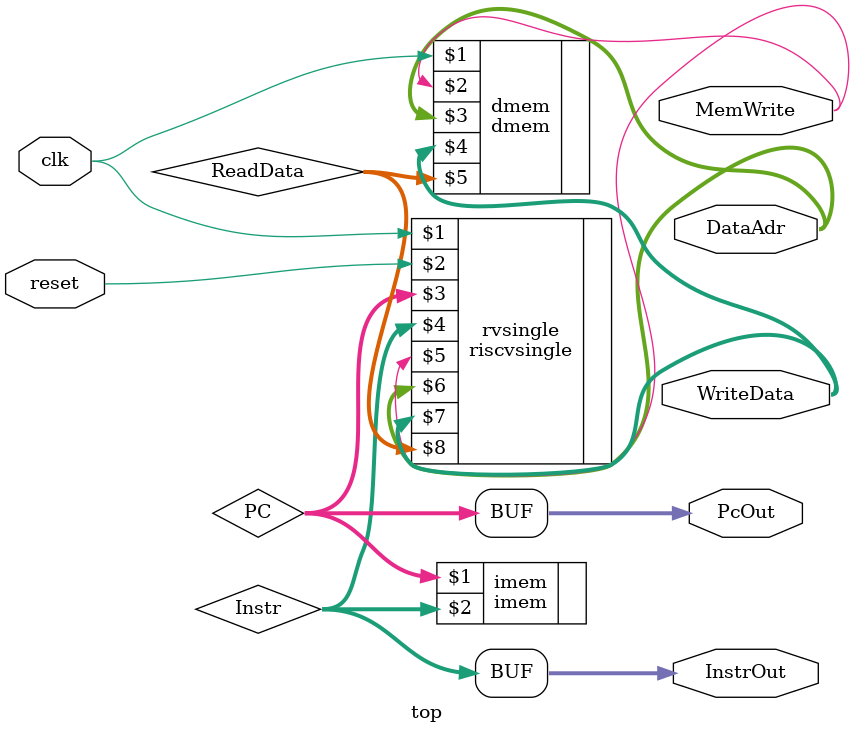
<source format=sv>


module top(input  logic        clk, reset, 
           output logic [31:0] WriteData, DataAdr, 
           output logic        MemWrite,
			  output logic [31:0] PcOut, InstrOut);

  logic [31:0] PC, Instr, ReadData;
  
  // instantiate processor and memories
  riscvsingle rvsingle(clk, reset, PC, Instr, MemWrite, DataAdr, WriteData, ReadData);
					  
  imem imem(PC, Instr);
  
  dmem dmem(clk, MemWrite, DataAdr, WriteData, ReadData);
  
  assign PcOut = PC;
  assign InstrOut = Instr;
    
endmodule


</source>
